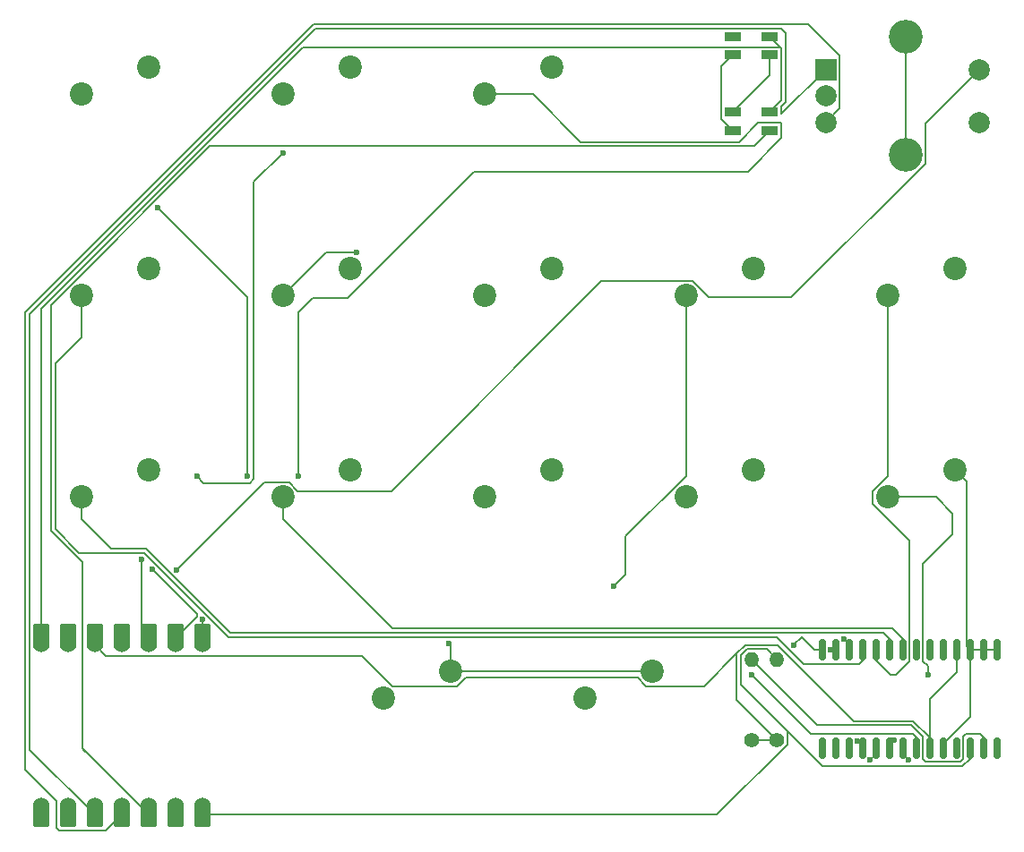
<source format=gbr>
%TF.GenerationSoftware,KiCad,Pcbnew,9.0.0*%
%TF.CreationDate,2025-04-11T15:20:30-07:00*%
%TF.ProjectId,hackpad,6861636b-7061-4642-9e6b-696361645f70,rev?*%
%TF.SameCoordinates,Original*%
%TF.FileFunction,Copper,L1,Top*%
%TF.FilePolarity,Positive*%
%FSLAX46Y46*%
G04 Gerber Fmt 4.6, Leading zero omitted, Abs format (unit mm)*
G04 Created by KiCad (PCBNEW 9.0.0) date 2025-04-11 15:20:30*
%MOMM*%
%LPD*%
G01*
G04 APERTURE LIST*
G04 Aperture macros list*
%AMRoundRect*
0 Rectangle with rounded corners*
0 $1 Rounding radius*
0 $2 $3 $4 $5 $6 $7 $8 $9 X,Y pos of 4 corners*
0 Add a 4 corners polygon primitive as box body*
4,1,4,$2,$3,$4,$5,$6,$7,$8,$9,$2,$3,0*
0 Add four circle primitives for the rounded corners*
1,1,$1+$1,$2,$3*
1,1,$1+$1,$4,$5*
1,1,$1+$1,$6,$7*
1,1,$1+$1,$8,$9*
0 Add four rect primitives between the rounded corners*
20,1,$1+$1,$2,$3,$4,$5,0*
20,1,$1+$1,$4,$5,$6,$7,0*
20,1,$1+$1,$6,$7,$8,$9,0*
20,1,$1+$1,$8,$9,$2,$3,0*%
G04 Aperture macros list end*
%TA.AperFunction,ComponentPad*%
%ADD10C,2.200000*%
%TD*%
%TA.AperFunction,SMDPad,CuDef*%
%ADD11R,1.600000X0.850000*%
%TD*%
%TA.AperFunction,ComponentPad*%
%ADD12C,1.400000*%
%TD*%
%TA.AperFunction,ComponentPad*%
%ADD13O,1.400000X1.400000*%
%TD*%
%TA.AperFunction,SMDPad,CuDef*%
%ADD14RoundRect,0.150000X0.150000X-0.875000X0.150000X0.875000X-0.150000X0.875000X-0.150000X-0.875000X0*%
%TD*%
%TA.AperFunction,SMDPad,CuDef*%
%ADD15RoundRect,0.152400X-0.609600X1.063600X-0.609600X-1.063600X0.609600X-1.063600X0.609600X1.063600X0*%
%TD*%
%TA.AperFunction,ComponentPad*%
%ADD16C,1.524000*%
%TD*%
%TA.AperFunction,SMDPad,CuDef*%
%ADD17RoundRect,0.152400X0.609600X-1.063600X0.609600X1.063600X-0.609600X1.063600X-0.609600X-1.063600X0*%
%TD*%
%TA.AperFunction,ComponentPad*%
%ADD18R,2.000000X2.000000*%
%TD*%
%TA.AperFunction,ComponentPad*%
%ADD19C,2.000000*%
%TD*%
%TA.AperFunction,ComponentPad*%
%ADD20C,3.200000*%
%TD*%
%TA.AperFunction,ViaPad*%
%ADD21C,0.600000*%
%TD*%
%TA.AperFunction,Conductor*%
%ADD22C,0.200000*%
%TD*%
G04 APERTURE END LIST*
D10*
%TO.P,SW5,1,1*%
%TO.N,GND*%
X107315000Y-75882500D03*
%TO.P,SW5,2,2*%
%TO.N,Net-(U1-GPIO4{slash}MISO)*%
X100965000Y-78422500D03*
%TD*%
%TO.P,SW7,1,1*%
%TO.N,GND*%
X126365000Y-94932500D03*
%TO.P,SW7,2,2*%
%TO.N,Net-(U2-GPA6)*%
X120015000Y-97472500D03*
%TD*%
%TO.P,SW14,1,1*%
%TO.N,GND*%
X164465000Y-113982500D03*
%TO.P,SW14,2,2*%
%TO.N,Net-(U2-GPB5)*%
X158115000Y-116522500D03*
%TD*%
%TO.P,SW1,1,1*%
%TO.N,GND*%
X107315000Y-94932500D03*
%TO.P,SW1,2,2*%
%TO.N,Net-(U2-GPA5)*%
X100965000Y-97472500D03*
%TD*%
%TO.P,SW12,1,1*%
%TO.N,GND*%
X126365000Y-113982500D03*
%TO.P,SW12,2,2*%
%TO.N,Net-(U2-GPB7)*%
X120015000Y-116522500D03*
%TD*%
%TO.P,SW16,1,1*%
%TO.N,GND*%
X135890000Y-133032500D03*
%TO.P,SW16,2,2*%
%TO.N,Net-(U2-GPB3)*%
X129540000Y-135572500D03*
%TD*%
%TO.P,SW15,1,1*%
%TO.N,GND*%
X116840000Y-133032500D03*
%TO.P,SW15,2,2*%
%TO.N,Net-(U2-GPB4)*%
X110490000Y-135572500D03*
%TD*%
%TO.P,SW10,1,1*%
%TO.N,GND*%
X88265000Y-113982500D03*
%TO.P,SW10,2,2*%
%TO.N,Net-(U2-GPA2)*%
X81915000Y-116522500D03*
%TD*%
%TO.P,SW11,1,1*%
%TO.N,GND*%
X164465000Y-94932500D03*
%TO.P,SW11,2,2*%
%TO.N,Net-(U2-GPA3)*%
X158115000Y-97472500D03*
%TD*%
D11*
%TO.P,D1,1,DOUT*%
%TO.N,Net-(D1-DOUT)*%
X143506250Y-80087500D03*
%TO.P,D1,2,VSS*%
%TO.N,Net-(D1-VSS)*%
X143506250Y-81837500D03*
%TO.P,D1,3,DIN*%
%TO.N,Net-(D1-DIN)*%
X147006250Y-81837500D03*
%TO.P,D1,4,VDD*%
%TO.N,+5V*%
X147006250Y-80087500D03*
%TD*%
D10*
%TO.P,SW2,1,1*%
%TO.N,GND*%
X88265000Y-94932500D03*
%TO.P,SW2,2,2*%
%TO.N,Net-(U2-GPA4)*%
X81915000Y-97472500D03*
%TD*%
D12*
%TO.P,R1,1*%
%TO.N,+3.3V*%
X147637500Y-139500000D03*
D13*
%TO.P,R1,2*%
%TO.N,Net-(U1-GPIO0{slash}TX)*%
X147637500Y-131880000D03*
%TD*%
D12*
%TO.P,R2,1*%
%TO.N,+3.3V*%
X145256250Y-139541250D03*
D13*
%TO.P,R2,2*%
%TO.N,Net-(U1-GPIO7{slash}SCL)*%
X145256250Y-131921250D03*
%TD*%
D11*
%TO.P,D2,1,DOUT*%
%TO.N,unconnected-(D2-DOUT-Pad1)*%
X143506250Y-72943750D03*
%TO.P,D2,2,VSS*%
%TO.N,Net-(D1-VSS)*%
X143506250Y-74693750D03*
%TO.P,D2,3,DIN*%
%TO.N,Net-(D1-DOUT)*%
X147006250Y-74693750D03*
%TO.P,D2,4,VDD*%
%TO.N,+5V*%
X147006250Y-72943750D03*
%TD*%
D10*
%TO.P,SW13,1,1*%
%TO.N,GND*%
X145415000Y-113982500D03*
%TO.P,SW13,2,2*%
%TO.N,Net-(U2-GPB6)*%
X139065000Y-116522500D03*
%TD*%
%TO.P,SW9,1,1*%
%TO.N,GND*%
X107315000Y-113982500D03*
%TO.P,SW9,2,2*%
%TO.N,Net-(U2-GPA1)*%
X100965000Y-116522500D03*
%TD*%
%TO.P,SW8,1,1*%
%TO.N,GND*%
X145415000Y-94932500D03*
%TO.P,SW8,2,2*%
%TO.N,Net-(U2-GPA7)*%
X139065000Y-97472500D03*
%TD*%
%TO.P,SW3,1,1*%
%TO.N,GND*%
X126365000Y-75882500D03*
%TO.P,SW3,2,2*%
%TO.N,Net-(U1-GPIO1{slash}RX)*%
X120015000Y-78422500D03*
%TD*%
%TO.P,SW4,1,1*%
%TO.N,GND*%
X88265000Y-75882500D03*
%TO.P,SW4,2,2*%
%TO.N,Net-(U1-GPIO2{slash}SCK)*%
X81915000Y-78422500D03*
%TD*%
D14*
%TO.P,U2,1,GPB0*%
%TO.N,unconnected-(U2-GPB0-Pad1)*%
X151923750Y-140268750D03*
%TO.P,U2,2,GPB1*%
%TO.N,unconnected-(U2-GPB1-Pad2)*%
X153193750Y-140268750D03*
%TO.P,U2,3,GPB2*%
%TO.N,unconnected-(U2-GPB2-Pad3)*%
X154463750Y-140268750D03*
%TO.P,U2,4,GPB3*%
%TO.N,Net-(U2-GPB3)*%
X155733750Y-140268750D03*
%TO.P,U2,5,GPB4*%
%TO.N,Net-(U2-GPB4)*%
X157003750Y-140268750D03*
%TO.P,U2,6,GPB5*%
%TO.N,Net-(U2-GPB5)*%
X158273750Y-140268750D03*
%TO.P,U2,7,GPB6*%
%TO.N,Net-(U2-GPB6)*%
X159543750Y-140268750D03*
%TO.P,U2,8,GPB7*%
%TO.N,Net-(U2-GPB7)*%
X160813750Y-140268750D03*
%TO.P,U2,9,VDD*%
%TO.N,+3.3V*%
X162083750Y-140268750D03*
%TO.P,U2,10,VSS*%
%TO.N,GND*%
X163353750Y-140268750D03*
%TO.P,U2,11,NC*%
%TO.N,unconnected-(U2-NC-Pad11)*%
X164623750Y-140268750D03*
%TO.P,U2,12,SCK*%
%TO.N,Net-(U1-GPIO0{slash}TX)*%
X165893750Y-140268750D03*
%TO.P,U2,13,SDA*%
%TO.N,Net-(U1-GPIO7{slash}SCL)*%
X167163750Y-140268750D03*
%TO.P,U2,14,NC*%
%TO.N,unconnected-(U2-NC-Pad14)*%
X168433750Y-140268750D03*
%TO.P,U2,15,A0*%
%TO.N,GND*%
X168433750Y-130968750D03*
%TO.P,U2,16,A1*%
X167163750Y-130968750D03*
%TO.P,U2,17,A2*%
X165893750Y-130968750D03*
%TO.P,U2,18,~{RESET}*%
%TO.N,+3.3V*%
X164623750Y-130968750D03*
%TO.P,U2,19,INTB*%
%TO.N,unconnected-(U2-INTB-Pad19)*%
X163353750Y-130968750D03*
%TO.P,U2,20,INTA*%
%TO.N,unconnected-(U2-INTA-Pad20)*%
X162083750Y-130968750D03*
%TO.P,U2,21,GPA0*%
%TO.N,unconnected-(U2-GPA0-Pad21)*%
X160813750Y-130968750D03*
%TO.P,U2,22,GPA1*%
%TO.N,Net-(U2-GPA1)*%
X159543750Y-130968750D03*
%TO.P,U2,23,GPA2*%
%TO.N,Net-(U2-GPA2)*%
X158273750Y-130968750D03*
%TO.P,U2,24,GPA3*%
%TO.N,Net-(U2-GPA3)*%
X157003750Y-130968750D03*
%TO.P,U2,25,GPA4*%
%TO.N,Net-(U2-GPA4)*%
X155733750Y-130968750D03*
%TO.P,U2,26,GPA5*%
%TO.N,Net-(U2-GPA5)*%
X154463750Y-130968750D03*
%TO.P,U2,27,GPA6*%
%TO.N,Net-(U2-GPA6)*%
X153193750Y-130968750D03*
%TO.P,U2,28,GPA7*%
%TO.N,Net-(U2-GPA7)*%
X151923750Y-130968750D03*
%TD*%
D15*
%TO.P,U1,1,GPIO26/ADC0/A0*%
%TO.N,unconnected-(U1-GPIO26{slash}ADC0{slash}A0-Pad1)*%
X78105000Y-146567500D03*
D16*
X78105000Y-145732500D03*
D15*
%TO.P,U1,2,GPIO27/ADC1/A1*%
%TO.N,unconnected-(U1-GPIO27{slash}ADC1{slash}A1-Pad2)*%
X80645000Y-146567500D03*
D16*
X80645000Y-145732500D03*
D15*
%TO.P,U1,3,GPIO28/ADC2/A2*%
%TO.N,ENC-A*%
X83185000Y-146567500D03*
D16*
X83185000Y-145732500D03*
D15*
%TO.P,U1,4,GPIO29/ADC3/A3*%
%TO.N,ENC-B*%
X85725000Y-146567500D03*
D16*
X85725000Y-145732500D03*
D15*
%TO.P,U1,5,GPIO6/SDA*%
%TO.N,Net-(D1-DIN)*%
X88265000Y-146567500D03*
D16*
X88265000Y-145732500D03*
D15*
%TO.P,U1,6,GPIO7/SCL*%
%TO.N,Net-(U1-GPIO7{slash}SCL)*%
X90805000Y-146567500D03*
D16*
X90805000Y-145732500D03*
D15*
%TO.P,U1,7,GPIO0/TX*%
%TO.N,Net-(U1-GPIO0{slash}TX)*%
X93345000Y-146567500D03*
D16*
X93345000Y-145732500D03*
%TO.P,U1,8,GPIO1/RX*%
%TO.N,Net-(U1-GPIO1{slash}RX)*%
X93345000Y-130492500D03*
D17*
X93345000Y-129657500D03*
D16*
%TO.P,U1,9,GPIO2/SCK*%
%TO.N,Net-(U1-GPIO2{slash}SCK)*%
X90805000Y-130492500D03*
D17*
X90805000Y-129657500D03*
D16*
%TO.P,U1,10,GPIO4/MISO*%
%TO.N,Net-(U1-GPIO4{slash}MISO)*%
X88265000Y-130492500D03*
D17*
X88265000Y-129657500D03*
D16*
%TO.P,U1,11,GPIO3/MOSI*%
%TO.N,Net-(U1-GPIO3{slash}MOSI)*%
X85725000Y-130492500D03*
D17*
X85725000Y-129657500D03*
D16*
%TO.P,U1,12,3V3*%
%TO.N,+3.3V*%
X83185000Y-130492500D03*
D17*
X83185000Y-129657500D03*
D16*
%TO.P,U1,13,GND*%
%TO.N,GND*%
X80645000Y-130492500D03*
D17*
X80645000Y-129657500D03*
D16*
%TO.P,U1,14,VBUS*%
%TO.N,+5V*%
X78105000Y-130492500D03*
D17*
X78105000Y-129657500D03*
%TD*%
D18*
%TO.P,SW6,A,A*%
%TO.N,ENC-A*%
X152293750Y-76081250D03*
D19*
%TO.P,SW6,B,B*%
%TO.N,ENC-B*%
X152293750Y-81081250D03*
%TO.P,SW6,C,C*%
%TO.N,GND*%
X152293750Y-78581250D03*
D20*
%TO.P,SW6,MP,MP*%
%TO.N,unconnected-(SW6-PadMP)*%
X159793750Y-72981250D03*
X159793750Y-84181250D03*
D19*
%TO.P,SW6,S1,S1*%
%TO.N,GND*%
X166793750Y-81081250D03*
%TO.P,SW6,S2,S2*%
%TO.N,Net-(U1-GPIO3{slash}MOSI)*%
X166793750Y-76081250D03*
%TD*%
D21*
%TO.N,Net-(U2-GPA5)*%
X107915000Y-93394059D03*
X153978725Y-129954194D03*
%TO.N,GND*%
X116681250Y-130354194D03*
%TO.N,Net-(U1-GPIO1{slash}RX)*%
X93379567Y-128131283D03*
X102425000Y-114582500D03*
%TO.N,Net-(U1-GPIO2{slash}SCK)*%
X97631250Y-114582500D03*
X89128066Y-89128065D03*
X88589767Y-123341483D03*
%TO.N,Net-(U1-GPIO4{slash}MISO)*%
X100965000Y-83943750D03*
X92868750Y-114582500D03*
X87602206Y-122412500D03*
%TO.N,Net-(U2-GPA6)*%
X152723749Y-130968750D03*
%TO.N,Net-(U2-GPA7)*%
X149286027Y-130554194D03*
X132206186Y-124968814D03*
%TO.N,Net-(U1-GPIO3{slash}MOSI)*%
X90911765Y-123400735D03*
%TO.N,Net-(U2-GPB6)*%
X160061402Y-141395750D03*
%TO.N,Net-(U2-GPB7)*%
X145256250Y-133350000D03*
%TO.N,Net-(U2-GPB5)*%
X158743750Y-139542750D03*
X161925000Y-133350000D03*
%TO.N,Net-(U2-GPB4)*%
X156486098Y-141395751D03*
%TO.N,Net-(U2-GPB3)*%
X155263750Y-139632640D03*
%TD*%
D22*
%TO.N,Net-(D1-DIN)*%
X88265000Y-146567500D02*
X82598750Y-140901250D01*
X145500000Y-83343750D02*
X147006250Y-81837500D01*
X94063851Y-83343750D02*
X145500000Y-83343750D01*
X82598750Y-140901250D02*
X82123000Y-140425500D01*
X79045000Y-119725242D02*
X79045000Y-98362601D01*
X82598750Y-140901250D02*
X82000000Y-140302500D01*
X82000000Y-140302500D02*
X82000000Y-122680242D01*
X82000000Y-122680242D02*
X79045000Y-119725242D01*
X79045000Y-98362601D02*
X94063851Y-83343750D01*
%TO.N,Net-(D1-DOUT)*%
X147006250Y-76587500D02*
X143506250Y-80087500D01*
X147006250Y-74693750D02*
X147006250Y-76587500D01*
%TO.N,Net-(D1-VSS)*%
X143506250Y-74693750D02*
X142406250Y-75793750D01*
X142406250Y-75793750D02*
X142406250Y-80737500D01*
X142406250Y-80737500D02*
X143506250Y-81837500D01*
%TO.N,+5V*%
X148106250Y-78987500D02*
X148106250Y-74043750D01*
X148106250Y-78987500D02*
X148106250Y-73968750D01*
X102873165Y-73968750D02*
X78105000Y-98736915D01*
X147006250Y-80087500D02*
X148106250Y-78987500D01*
X148106250Y-73968750D02*
X102873165Y-73968750D01*
X148106250Y-74043750D02*
X147006250Y-72943750D01*
X78105000Y-98736915D02*
X78105000Y-130492500D01*
%TO.N,+3.3V*%
X144675522Y-130519250D02*
X143854250Y-131340522D01*
X117420314Y-134433500D02*
X111332314Y-134433500D01*
X135309686Y-134433500D02*
X134489000Y-133612814D01*
X164623750Y-130968750D02*
X164623750Y-133104302D01*
X108454314Y-131555500D02*
X84248000Y-131555500D01*
X147692378Y-130519250D02*
X144675522Y-130519250D01*
X140761272Y-134433500D02*
X135309686Y-134433500D01*
X147637500Y-139500000D02*
X145297500Y-139500000D01*
X134489000Y-133612814D02*
X118241000Y-133612814D01*
X143854250Y-135716750D02*
X147637500Y-139500000D01*
X143854250Y-131340522D02*
X140761272Y-134433500D01*
X84248000Y-131555500D02*
X83185000Y-130492500D01*
X118241000Y-133612814D02*
X117420314Y-134433500D01*
X164623750Y-133104302D02*
X162083750Y-135644302D01*
X154884628Y-137711500D02*
X147692378Y-130519250D01*
X143854250Y-131340522D02*
X143854250Y-135716750D01*
X162083750Y-139243751D02*
X160551499Y-137711500D01*
X111332314Y-134433500D02*
X108454314Y-131555500D01*
X162083750Y-135644302D02*
X162083750Y-140268750D01*
X160551499Y-137711500D02*
X154884628Y-137711500D01*
X162083750Y-140268750D02*
X162083750Y-139243751D01*
%TO.N,Net-(U1-GPIO0{slash}TX)*%
X147869016Y-137880984D02*
X144255250Y-134267218D01*
X165191749Y-141995750D02*
X151983782Y-141995750D01*
X144255250Y-131506622D02*
X144841622Y-130920250D01*
X151983782Y-141995750D02*
X147869016Y-137880984D01*
X165893750Y-140268750D02*
X165893750Y-141293749D01*
X148638500Y-138650468D02*
X147869016Y-137880984D01*
X141985628Y-146567500D02*
X148638500Y-139914628D01*
X146677750Y-130920250D02*
X147637500Y-131880000D01*
X165893750Y-141293749D02*
X165191749Y-141995750D01*
X93345000Y-146567500D02*
X141985628Y-146567500D01*
X144255250Y-134267218D02*
X144255250Y-131506622D01*
X144841622Y-130920250D02*
X146677750Y-130920250D01*
X148638500Y-139914628D02*
X148638500Y-138650468D01*
%TO.N,Net-(U1-GPIO7{slash}SCL)*%
X165224750Y-141334718D02*
X164964718Y-141594750D01*
X165484782Y-138942750D02*
X165224750Y-139202782D01*
X161674782Y-141594750D02*
X161414750Y-141334718D01*
X165224750Y-139202782D02*
X165224750Y-141334718D01*
X166862749Y-138942750D02*
X165484782Y-138942750D01*
X161414750Y-141334718D02*
X161414750Y-139202782D01*
X167163750Y-140268750D02*
X167163750Y-139243751D01*
X164964718Y-141594750D02*
X161674782Y-141594750D01*
X161414750Y-139202782D02*
X160324468Y-138112500D01*
X151447500Y-138112500D02*
X145256250Y-131921250D01*
X160324468Y-138112500D02*
X151447500Y-138112500D01*
X167163750Y-139243751D02*
X166862749Y-138942750D01*
%TO.N,Net-(U2-GPA5)*%
X154463750Y-130439219D02*
X153978725Y-129954194D01*
X105043441Y-93394059D02*
X100965000Y-97472500D01*
X107915000Y-93394059D02*
X105043441Y-93394059D01*
%TO.N,GND*%
X135890000Y-133032500D02*
X116840000Y-133032500D01*
X116840000Y-130512944D02*
X116681250Y-130354194D01*
X165893750Y-130968750D02*
X165893750Y-137333198D01*
X165893750Y-130968750D02*
X166687500Y-130968750D01*
X166687500Y-130968750D02*
X168433750Y-130968750D01*
X165893750Y-137333198D02*
X163353750Y-139873198D01*
X164465000Y-113982500D02*
X165564999Y-115082499D01*
X166687500Y-130968750D02*
X167163750Y-130968750D01*
X116840000Y-133032500D02*
X116840000Y-130512944D01*
X165564999Y-130639999D02*
X165893750Y-130968750D01*
X165564999Y-115082499D02*
X165564999Y-130639999D01*
%TO.N,Net-(U1-GPIO1{slash}RX)*%
X107125000Y-97662500D02*
X119062500Y-85725000D01*
X144075000Y-82943750D02*
X129129652Y-82943750D01*
X148106250Y-82562500D02*
X148106250Y-81112500D01*
X145906250Y-81112500D02*
X144075000Y-82943750D01*
X119062500Y-85725000D02*
X144943750Y-85725000D01*
X93345000Y-128165850D02*
X93379567Y-128131283D01*
X102425000Y-99039098D02*
X103801598Y-97662500D01*
X93345000Y-130492500D02*
X93345000Y-128165850D01*
X148106250Y-81112500D02*
X145906250Y-81112500D01*
X124608402Y-78422500D02*
X120015000Y-78422500D01*
X103801598Y-97662500D02*
X107125000Y-97662500D01*
X102425000Y-114582500D02*
X102425000Y-99039098D01*
X129129652Y-82943750D02*
X124608402Y-78422500D01*
X144943750Y-85725000D02*
X148106250Y-82562500D01*
%TO.N,Net-(U1-GPIO2{slash}SCK)*%
X97631250Y-114582500D02*
X97631250Y-97631249D01*
X90805000Y-129880286D02*
X92868750Y-127816536D01*
X92868750Y-127816536D02*
X92868750Y-127620466D01*
X92868750Y-127620466D02*
X88589767Y-123341483D01*
X97631250Y-97631249D02*
X89128066Y-89128065D01*
%TO.N,Net-(U1-GPIO4{slash}MISO)*%
X93468750Y-115182500D02*
X97879779Y-115182500D01*
X97879779Y-115182500D02*
X98231250Y-114831029D01*
X92868750Y-114582500D02*
X93468750Y-115182500D01*
X87602206Y-129829706D02*
X87602206Y-122412500D01*
X98231250Y-114831029D02*
X98231250Y-86677500D01*
X98231250Y-86677500D02*
X100965000Y-83943750D01*
%TO.N,ENC-B*%
X76643000Y-142352605D02*
X79583000Y-145292605D01*
X79583000Y-147822714D02*
X79843786Y-148083500D01*
X150631250Y-71818750D02*
X103891793Y-71818750D01*
X153593750Y-79781250D02*
X153593750Y-74781250D01*
X76643000Y-99067543D02*
X76643000Y-142352605D01*
X153593750Y-74781250D02*
X150631250Y-71818750D01*
X79583000Y-145292605D02*
X79583000Y-147822714D01*
X84209000Y-148083500D02*
X85725000Y-146567500D01*
X152293750Y-81081250D02*
X153593750Y-79781250D01*
X79843786Y-148083500D02*
X84209000Y-148083500D01*
X103891793Y-71818750D02*
X76643000Y-99067543D01*
%TO.N,ENC-A*%
X148506250Y-72618750D02*
X148106250Y-72218750D01*
X104057479Y-72218750D02*
X77043000Y-99233229D01*
X77043000Y-99233229D02*
X77043000Y-140425500D01*
X148106250Y-79553185D02*
X148506250Y-79153185D01*
X148106250Y-72218750D02*
X104057479Y-72218750D01*
X148106250Y-80268750D02*
X148106250Y-79553185D01*
X148506250Y-79153185D02*
X148506250Y-72618750D01*
X77043000Y-140425500D02*
X83185000Y-146567500D01*
X152293750Y-76081250D02*
X148106250Y-80268750D01*
%TO.N,Net-(U2-GPA6)*%
X153193750Y-129943751D02*
X153193750Y-130498749D01*
X153193750Y-130968750D02*
X153193750Y-129943751D01*
X153193750Y-130498749D02*
X152723749Y-130968750D01*
%TO.N,Net-(U2-GPA7)*%
X133350000Y-120257601D02*
X139065000Y-114542601D01*
X149286027Y-130486917D02*
X149286027Y-130554194D01*
X133350000Y-123825000D02*
X133350000Y-120257601D01*
X151923750Y-130968750D02*
X151233306Y-130968750D01*
X150018750Y-129754194D02*
X149286027Y-130486917D01*
X139065000Y-114542601D02*
X139065000Y-97472500D01*
X132206186Y-124968814D02*
X133350000Y-123825000D01*
X151233306Y-130968750D02*
X150018750Y-129754194D01*
%TO.N,Net-(U1-GPIO3{slash}MOSI)*%
X131088402Y-96072500D02*
X111218301Y-115942601D01*
X111218301Y-115942601D02*
X102365000Y-115942601D01*
X166793750Y-76081250D02*
X161693750Y-81181250D01*
X161693750Y-81181250D02*
X161693750Y-84968256D01*
X102365000Y-115942601D02*
X101544899Y-115122500D01*
X99190000Y-115122500D02*
X90911765Y-123400735D01*
X141203649Y-97631250D02*
X139644899Y-96072500D01*
X149030756Y-97631250D02*
X141203649Y-97631250D01*
X101544899Y-115122500D02*
X99190000Y-115122500D01*
X139644899Y-96072500D02*
X131088402Y-96072500D01*
X161693750Y-84968256D02*
X149030756Y-97631250D01*
%TO.N,unconnected-(SW6-PadMP)*%
X159793750Y-72981250D02*
X159793750Y-84181250D01*
%TO.N,Net-(U2-GPA4)*%
X81697944Y-121812500D02*
X79445000Y-119559556D01*
X155733750Y-131993749D02*
X155433749Y-132293750D01*
X87909314Y-121812500D02*
X81697944Y-121812500D01*
X155733750Y-130968750D02*
X155733750Y-131993749D01*
X147637500Y-129754194D02*
X95851008Y-129754194D01*
X95851008Y-129754194D02*
X87909314Y-121812500D01*
X150177056Y-132293750D02*
X147637500Y-129754194D01*
X79445000Y-119559556D02*
X79445000Y-103911250D01*
X81915000Y-101441250D02*
X81915000Y-97472500D01*
X79445000Y-103911250D02*
X81915000Y-101441250D01*
X155433749Y-132293750D02*
X150177056Y-132293750D01*
%TO.N,Net-(U2-GPA3)*%
X156715000Y-117175902D02*
X156715000Y-115942601D01*
X156715000Y-115942601D02*
X158115000Y-114542601D01*
X158115000Y-114542601D02*
X158115000Y-97472500D01*
X160213750Y-132034302D02*
X160213750Y-120674652D01*
X158360001Y-133350000D02*
X158898052Y-133350000D01*
X160213750Y-120674652D02*
X156715000Y-117175902D01*
X158898052Y-133350000D02*
X160213750Y-132034302D01*
X157003750Y-130968750D02*
X157003750Y-131993749D01*
X157003750Y-131993749D02*
X158360001Y-133350000D01*
%TO.N,Net-(U2-GPA1)*%
X159543750Y-129943751D02*
X158554193Y-128954194D01*
X100965000Y-118575902D02*
X100965000Y-116522500D01*
X159543750Y-130968750D02*
X159543750Y-129943751D01*
X158554193Y-128954194D02*
X111343292Y-128954194D01*
X111343292Y-128954194D02*
X100965000Y-118575902D01*
%TO.N,Net-(U2-GPB6)*%
X159543750Y-140878098D02*
X160061402Y-141395750D01*
%TO.N,Net-(U2-GPA2)*%
X84751598Y-121412500D02*
X81915000Y-118575902D01*
X81915000Y-118575902D02*
X81915000Y-116522500D01*
X96016694Y-129354194D02*
X88075000Y-121412500D01*
X158273750Y-129943751D02*
X157684193Y-129354194D01*
X88075000Y-121412500D02*
X84751598Y-121412500D01*
X157684193Y-129354194D02*
X96016694Y-129354194D01*
X158273750Y-130968750D02*
X158273750Y-129943751D01*
%TO.N,Net-(U2-GPB7)*%
X160813750Y-139243751D02*
X160512749Y-138942750D01*
X160813750Y-140268750D02*
X160813750Y-139243751D01*
X150849000Y-138942750D02*
X145256250Y-133350000D01*
X160512749Y-138942750D02*
X150849000Y-138942750D01*
%TO.N,Net-(U2-GPB5)*%
X158273750Y-140012750D02*
X158743750Y-139542750D01*
X161925000Y-133350000D02*
X161925000Y-132476968D01*
X161483750Y-122827152D02*
X164275000Y-120035902D01*
X164275000Y-120035902D02*
X164275000Y-118089098D01*
X161925000Y-132476968D02*
X161482750Y-132034718D01*
X161483750Y-131964302D02*
X161483750Y-122827152D01*
X164275000Y-118089098D02*
X162708402Y-116522500D01*
X162708402Y-116522500D02*
X158115000Y-116522500D01*
X158273750Y-140268750D02*
X158273750Y-140012750D01*
%TO.N,Net-(U2-GPB4)*%
X157003750Y-140878099D02*
X156486098Y-141395751D01*
%TO.N,Net-(U2-GPB3)*%
X155733750Y-140102640D02*
X155263750Y-139632640D01*
%TD*%
M02*

</source>
